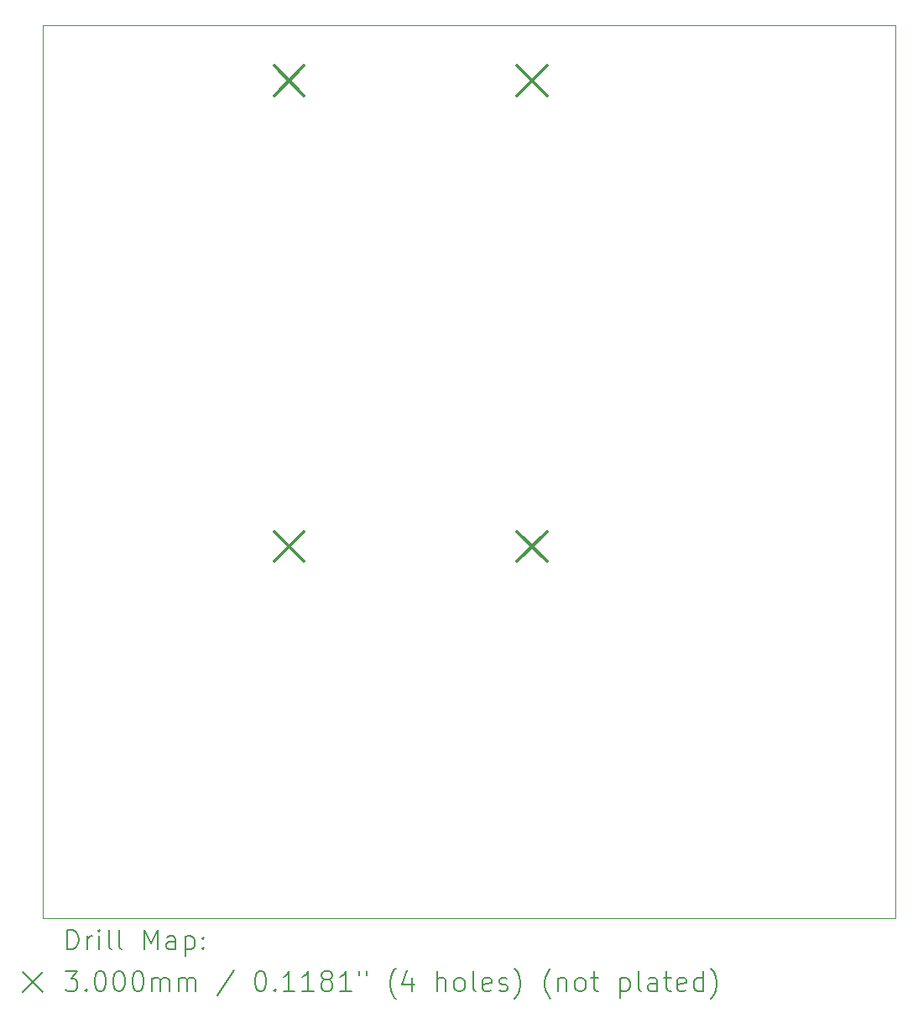
<source format=gbr>
%TF.GenerationSoftware,KiCad,Pcbnew,7.0.1*%
%TF.CreationDate,2024-01-15T22:42:35+05:30*%
%TF.ProjectId,hologlyph bot circuit,686f6c6f-676c-4797-9068-20626f742063,rev?*%
%TF.SameCoordinates,Original*%
%TF.FileFunction,Drillmap*%
%TF.FilePolarity,Positive*%
%FSLAX45Y45*%
G04 Gerber Fmt 4.5, Leading zero omitted, Abs format (unit mm)*
G04 Created by KiCad (PCBNEW 7.0.1) date 2024-01-15 22:42:35*
%MOMM*%
%LPD*%
G01*
G04 APERTURE LIST*
%ADD10C,0.100000*%
%ADD11C,0.200000*%
%ADD12C,0.300000*%
G04 APERTURE END LIST*
D10*
X8291000Y-4013000D02*
X16891000Y-4013000D01*
X16891000Y-13013000D01*
X8291000Y-13013000D01*
X8291000Y-4013000D01*
D11*
D12*
X10623500Y-4424000D02*
X10923500Y-4724000D01*
X10923500Y-4424000D02*
X10623500Y-4724000D01*
X10623500Y-9119000D02*
X10923500Y-9419000D01*
X10923500Y-9119000D02*
X10623500Y-9419000D01*
X13074500Y-4424000D02*
X13374500Y-4724000D01*
X13374500Y-4424000D02*
X13074500Y-4724000D01*
X13074500Y-9119000D02*
X13374500Y-9419000D01*
X13374500Y-9119000D02*
X13074500Y-9419000D01*
D11*
X8533619Y-13330524D02*
X8533619Y-13130524D01*
X8533619Y-13130524D02*
X8581238Y-13130524D01*
X8581238Y-13130524D02*
X8609810Y-13140048D01*
X8609810Y-13140048D02*
X8628857Y-13159095D01*
X8628857Y-13159095D02*
X8638381Y-13178143D01*
X8638381Y-13178143D02*
X8647905Y-13216238D01*
X8647905Y-13216238D02*
X8647905Y-13244809D01*
X8647905Y-13244809D02*
X8638381Y-13282905D01*
X8638381Y-13282905D02*
X8628857Y-13301952D01*
X8628857Y-13301952D02*
X8609810Y-13321000D01*
X8609810Y-13321000D02*
X8581238Y-13330524D01*
X8581238Y-13330524D02*
X8533619Y-13330524D01*
X8733619Y-13330524D02*
X8733619Y-13197190D01*
X8733619Y-13235286D02*
X8743143Y-13216238D01*
X8743143Y-13216238D02*
X8752667Y-13206714D01*
X8752667Y-13206714D02*
X8771714Y-13197190D01*
X8771714Y-13197190D02*
X8790762Y-13197190D01*
X8857429Y-13330524D02*
X8857429Y-13197190D01*
X8857429Y-13130524D02*
X8847905Y-13140048D01*
X8847905Y-13140048D02*
X8857429Y-13149571D01*
X8857429Y-13149571D02*
X8866952Y-13140048D01*
X8866952Y-13140048D02*
X8857429Y-13130524D01*
X8857429Y-13130524D02*
X8857429Y-13149571D01*
X8981238Y-13330524D02*
X8962190Y-13321000D01*
X8962190Y-13321000D02*
X8952667Y-13301952D01*
X8952667Y-13301952D02*
X8952667Y-13130524D01*
X9086000Y-13330524D02*
X9066952Y-13321000D01*
X9066952Y-13321000D02*
X9057429Y-13301952D01*
X9057429Y-13301952D02*
X9057429Y-13130524D01*
X9314571Y-13330524D02*
X9314571Y-13130524D01*
X9314571Y-13130524D02*
X9381238Y-13273381D01*
X9381238Y-13273381D02*
X9447905Y-13130524D01*
X9447905Y-13130524D02*
X9447905Y-13330524D01*
X9628857Y-13330524D02*
X9628857Y-13225762D01*
X9628857Y-13225762D02*
X9619333Y-13206714D01*
X9619333Y-13206714D02*
X9600286Y-13197190D01*
X9600286Y-13197190D02*
X9562190Y-13197190D01*
X9562190Y-13197190D02*
X9543143Y-13206714D01*
X9628857Y-13321000D02*
X9609810Y-13330524D01*
X9609810Y-13330524D02*
X9562190Y-13330524D01*
X9562190Y-13330524D02*
X9543143Y-13321000D01*
X9543143Y-13321000D02*
X9533619Y-13301952D01*
X9533619Y-13301952D02*
X9533619Y-13282905D01*
X9533619Y-13282905D02*
X9543143Y-13263857D01*
X9543143Y-13263857D02*
X9562190Y-13254333D01*
X9562190Y-13254333D02*
X9609810Y-13254333D01*
X9609810Y-13254333D02*
X9628857Y-13244809D01*
X9724095Y-13197190D02*
X9724095Y-13397190D01*
X9724095Y-13206714D02*
X9743143Y-13197190D01*
X9743143Y-13197190D02*
X9781238Y-13197190D01*
X9781238Y-13197190D02*
X9800286Y-13206714D01*
X9800286Y-13206714D02*
X9809810Y-13216238D01*
X9809810Y-13216238D02*
X9819333Y-13235286D01*
X9819333Y-13235286D02*
X9819333Y-13292428D01*
X9819333Y-13292428D02*
X9809810Y-13311476D01*
X9809810Y-13311476D02*
X9800286Y-13321000D01*
X9800286Y-13321000D02*
X9781238Y-13330524D01*
X9781238Y-13330524D02*
X9743143Y-13330524D01*
X9743143Y-13330524D02*
X9724095Y-13321000D01*
X9905048Y-13311476D02*
X9914571Y-13321000D01*
X9914571Y-13321000D02*
X9905048Y-13330524D01*
X9905048Y-13330524D02*
X9895524Y-13321000D01*
X9895524Y-13321000D02*
X9905048Y-13311476D01*
X9905048Y-13311476D02*
X9905048Y-13330524D01*
X9905048Y-13206714D02*
X9914571Y-13216238D01*
X9914571Y-13216238D02*
X9905048Y-13225762D01*
X9905048Y-13225762D02*
X9895524Y-13216238D01*
X9895524Y-13216238D02*
X9905048Y-13206714D01*
X9905048Y-13206714D02*
X9905048Y-13225762D01*
X8086000Y-13558000D02*
X8286000Y-13758000D01*
X8286000Y-13558000D02*
X8086000Y-13758000D01*
X8514571Y-13550524D02*
X8638381Y-13550524D01*
X8638381Y-13550524D02*
X8571714Y-13626714D01*
X8571714Y-13626714D02*
X8600286Y-13626714D01*
X8600286Y-13626714D02*
X8619333Y-13636238D01*
X8619333Y-13636238D02*
X8628857Y-13645762D01*
X8628857Y-13645762D02*
X8638381Y-13664809D01*
X8638381Y-13664809D02*
X8638381Y-13712428D01*
X8638381Y-13712428D02*
X8628857Y-13731476D01*
X8628857Y-13731476D02*
X8619333Y-13741000D01*
X8619333Y-13741000D02*
X8600286Y-13750524D01*
X8600286Y-13750524D02*
X8543143Y-13750524D01*
X8543143Y-13750524D02*
X8524095Y-13741000D01*
X8524095Y-13741000D02*
X8514571Y-13731476D01*
X8724095Y-13731476D02*
X8733619Y-13741000D01*
X8733619Y-13741000D02*
X8724095Y-13750524D01*
X8724095Y-13750524D02*
X8714571Y-13741000D01*
X8714571Y-13741000D02*
X8724095Y-13731476D01*
X8724095Y-13731476D02*
X8724095Y-13750524D01*
X8857429Y-13550524D02*
X8876476Y-13550524D01*
X8876476Y-13550524D02*
X8895524Y-13560048D01*
X8895524Y-13560048D02*
X8905048Y-13569571D01*
X8905048Y-13569571D02*
X8914571Y-13588619D01*
X8914571Y-13588619D02*
X8924095Y-13626714D01*
X8924095Y-13626714D02*
X8924095Y-13674333D01*
X8924095Y-13674333D02*
X8914571Y-13712428D01*
X8914571Y-13712428D02*
X8905048Y-13731476D01*
X8905048Y-13731476D02*
X8895524Y-13741000D01*
X8895524Y-13741000D02*
X8876476Y-13750524D01*
X8876476Y-13750524D02*
X8857429Y-13750524D01*
X8857429Y-13750524D02*
X8838381Y-13741000D01*
X8838381Y-13741000D02*
X8828857Y-13731476D01*
X8828857Y-13731476D02*
X8819333Y-13712428D01*
X8819333Y-13712428D02*
X8809810Y-13674333D01*
X8809810Y-13674333D02*
X8809810Y-13626714D01*
X8809810Y-13626714D02*
X8819333Y-13588619D01*
X8819333Y-13588619D02*
X8828857Y-13569571D01*
X8828857Y-13569571D02*
X8838381Y-13560048D01*
X8838381Y-13560048D02*
X8857429Y-13550524D01*
X9047905Y-13550524D02*
X9066952Y-13550524D01*
X9066952Y-13550524D02*
X9086000Y-13560048D01*
X9086000Y-13560048D02*
X9095524Y-13569571D01*
X9095524Y-13569571D02*
X9105048Y-13588619D01*
X9105048Y-13588619D02*
X9114571Y-13626714D01*
X9114571Y-13626714D02*
X9114571Y-13674333D01*
X9114571Y-13674333D02*
X9105048Y-13712428D01*
X9105048Y-13712428D02*
X9095524Y-13731476D01*
X9095524Y-13731476D02*
X9086000Y-13741000D01*
X9086000Y-13741000D02*
X9066952Y-13750524D01*
X9066952Y-13750524D02*
X9047905Y-13750524D01*
X9047905Y-13750524D02*
X9028857Y-13741000D01*
X9028857Y-13741000D02*
X9019333Y-13731476D01*
X9019333Y-13731476D02*
X9009810Y-13712428D01*
X9009810Y-13712428D02*
X9000286Y-13674333D01*
X9000286Y-13674333D02*
X9000286Y-13626714D01*
X9000286Y-13626714D02*
X9009810Y-13588619D01*
X9009810Y-13588619D02*
X9019333Y-13569571D01*
X9019333Y-13569571D02*
X9028857Y-13560048D01*
X9028857Y-13560048D02*
X9047905Y-13550524D01*
X9238381Y-13550524D02*
X9257429Y-13550524D01*
X9257429Y-13550524D02*
X9276476Y-13560048D01*
X9276476Y-13560048D02*
X9286000Y-13569571D01*
X9286000Y-13569571D02*
X9295524Y-13588619D01*
X9295524Y-13588619D02*
X9305048Y-13626714D01*
X9305048Y-13626714D02*
X9305048Y-13674333D01*
X9305048Y-13674333D02*
X9295524Y-13712428D01*
X9295524Y-13712428D02*
X9286000Y-13731476D01*
X9286000Y-13731476D02*
X9276476Y-13741000D01*
X9276476Y-13741000D02*
X9257429Y-13750524D01*
X9257429Y-13750524D02*
X9238381Y-13750524D01*
X9238381Y-13750524D02*
X9219333Y-13741000D01*
X9219333Y-13741000D02*
X9209810Y-13731476D01*
X9209810Y-13731476D02*
X9200286Y-13712428D01*
X9200286Y-13712428D02*
X9190762Y-13674333D01*
X9190762Y-13674333D02*
X9190762Y-13626714D01*
X9190762Y-13626714D02*
X9200286Y-13588619D01*
X9200286Y-13588619D02*
X9209810Y-13569571D01*
X9209810Y-13569571D02*
X9219333Y-13560048D01*
X9219333Y-13560048D02*
X9238381Y-13550524D01*
X9390762Y-13750524D02*
X9390762Y-13617190D01*
X9390762Y-13636238D02*
X9400286Y-13626714D01*
X9400286Y-13626714D02*
X9419333Y-13617190D01*
X9419333Y-13617190D02*
X9447905Y-13617190D01*
X9447905Y-13617190D02*
X9466952Y-13626714D01*
X9466952Y-13626714D02*
X9476476Y-13645762D01*
X9476476Y-13645762D02*
X9476476Y-13750524D01*
X9476476Y-13645762D02*
X9486000Y-13626714D01*
X9486000Y-13626714D02*
X9505048Y-13617190D01*
X9505048Y-13617190D02*
X9533619Y-13617190D01*
X9533619Y-13617190D02*
X9552667Y-13626714D01*
X9552667Y-13626714D02*
X9562191Y-13645762D01*
X9562191Y-13645762D02*
X9562191Y-13750524D01*
X9657429Y-13750524D02*
X9657429Y-13617190D01*
X9657429Y-13636238D02*
X9666952Y-13626714D01*
X9666952Y-13626714D02*
X9686000Y-13617190D01*
X9686000Y-13617190D02*
X9714572Y-13617190D01*
X9714572Y-13617190D02*
X9733619Y-13626714D01*
X9733619Y-13626714D02*
X9743143Y-13645762D01*
X9743143Y-13645762D02*
X9743143Y-13750524D01*
X9743143Y-13645762D02*
X9752667Y-13626714D01*
X9752667Y-13626714D02*
X9771714Y-13617190D01*
X9771714Y-13617190D02*
X9800286Y-13617190D01*
X9800286Y-13617190D02*
X9819333Y-13626714D01*
X9819333Y-13626714D02*
X9828857Y-13645762D01*
X9828857Y-13645762D02*
X9828857Y-13750524D01*
X10219333Y-13541000D02*
X10047905Y-13798143D01*
X10476476Y-13550524D02*
X10495524Y-13550524D01*
X10495524Y-13550524D02*
X10514572Y-13560048D01*
X10514572Y-13560048D02*
X10524095Y-13569571D01*
X10524095Y-13569571D02*
X10533619Y-13588619D01*
X10533619Y-13588619D02*
X10543143Y-13626714D01*
X10543143Y-13626714D02*
X10543143Y-13674333D01*
X10543143Y-13674333D02*
X10533619Y-13712428D01*
X10533619Y-13712428D02*
X10524095Y-13731476D01*
X10524095Y-13731476D02*
X10514572Y-13741000D01*
X10514572Y-13741000D02*
X10495524Y-13750524D01*
X10495524Y-13750524D02*
X10476476Y-13750524D01*
X10476476Y-13750524D02*
X10457429Y-13741000D01*
X10457429Y-13741000D02*
X10447905Y-13731476D01*
X10447905Y-13731476D02*
X10438381Y-13712428D01*
X10438381Y-13712428D02*
X10428857Y-13674333D01*
X10428857Y-13674333D02*
X10428857Y-13626714D01*
X10428857Y-13626714D02*
X10438381Y-13588619D01*
X10438381Y-13588619D02*
X10447905Y-13569571D01*
X10447905Y-13569571D02*
X10457429Y-13560048D01*
X10457429Y-13560048D02*
X10476476Y-13550524D01*
X10628857Y-13731476D02*
X10638381Y-13741000D01*
X10638381Y-13741000D02*
X10628857Y-13750524D01*
X10628857Y-13750524D02*
X10619334Y-13741000D01*
X10619334Y-13741000D02*
X10628857Y-13731476D01*
X10628857Y-13731476D02*
X10628857Y-13750524D01*
X10828857Y-13750524D02*
X10714572Y-13750524D01*
X10771714Y-13750524D02*
X10771714Y-13550524D01*
X10771714Y-13550524D02*
X10752667Y-13579095D01*
X10752667Y-13579095D02*
X10733619Y-13598143D01*
X10733619Y-13598143D02*
X10714572Y-13607667D01*
X11019334Y-13750524D02*
X10905048Y-13750524D01*
X10962191Y-13750524D02*
X10962191Y-13550524D01*
X10962191Y-13550524D02*
X10943143Y-13579095D01*
X10943143Y-13579095D02*
X10924095Y-13598143D01*
X10924095Y-13598143D02*
X10905048Y-13607667D01*
X11133619Y-13636238D02*
X11114572Y-13626714D01*
X11114572Y-13626714D02*
X11105048Y-13617190D01*
X11105048Y-13617190D02*
X11095524Y-13598143D01*
X11095524Y-13598143D02*
X11095524Y-13588619D01*
X11095524Y-13588619D02*
X11105048Y-13569571D01*
X11105048Y-13569571D02*
X11114572Y-13560048D01*
X11114572Y-13560048D02*
X11133619Y-13550524D01*
X11133619Y-13550524D02*
X11171715Y-13550524D01*
X11171715Y-13550524D02*
X11190762Y-13560048D01*
X11190762Y-13560048D02*
X11200286Y-13569571D01*
X11200286Y-13569571D02*
X11209810Y-13588619D01*
X11209810Y-13588619D02*
X11209810Y-13598143D01*
X11209810Y-13598143D02*
X11200286Y-13617190D01*
X11200286Y-13617190D02*
X11190762Y-13626714D01*
X11190762Y-13626714D02*
X11171715Y-13636238D01*
X11171715Y-13636238D02*
X11133619Y-13636238D01*
X11133619Y-13636238D02*
X11114572Y-13645762D01*
X11114572Y-13645762D02*
X11105048Y-13655286D01*
X11105048Y-13655286D02*
X11095524Y-13674333D01*
X11095524Y-13674333D02*
X11095524Y-13712428D01*
X11095524Y-13712428D02*
X11105048Y-13731476D01*
X11105048Y-13731476D02*
X11114572Y-13741000D01*
X11114572Y-13741000D02*
X11133619Y-13750524D01*
X11133619Y-13750524D02*
X11171715Y-13750524D01*
X11171715Y-13750524D02*
X11190762Y-13741000D01*
X11190762Y-13741000D02*
X11200286Y-13731476D01*
X11200286Y-13731476D02*
X11209810Y-13712428D01*
X11209810Y-13712428D02*
X11209810Y-13674333D01*
X11209810Y-13674333D02*
X11200286Y-13655286D01*
X11200286Y-13655286D02*
X11190762Y-13645762D01*
X11190762Y-13645762D02*
X11171715Y-13636238D01*
X11400286Y-13750524D02*
X11286000Y-13750524D01*
X11343143Y-13750524D02*
X11343143Y-13550524D01*
X11343143Y-13550524D02*
X11324095Y-13579095D01*
X11324095Y-13579095D02*
X11305048Y-13598143D01*
X11305048Y-13598143D02*
X11286000Y-13607667D01*
X11476476Y-13550524D02*
X11476476Y-13588619D01*
X11552667Y-13550524D02*
X11552667Y-13588619D01*
X11847905Y-13826714D02*
X11838381Y-13817190D01*
X11838381Y-13817190D02*
X11819334Y-13788619D01*
X11819334Y-13788619D02*
X11809810Y-13769571D01*
X11809810Y-13769571D02*
X11800286Y-13741000D01*
X11800286Y-13741000D02*
X11790762Y-13693381D01*
X11790762Y-13693381D02*
X11790762Y-13655286D01*
X11790762Y-13655286D02*
X11800286Y-13607667D01*
X11800286Y-13607667D02*
X11809810Y-13579095D01*
X11809810Y-13579095D02*
X11819334Y-13560048D01*
X11819334Y-13560048D02*
X11838381Y-13531476D01*
X11838381Y-13531476D02*
X11847905Y-13521952D01*
X12009810Y-13617190D02*
X12009810Y-13750524D01*
X11962191Y-13541000D02*
X11914572Y-13683857D01*
X11914572Y-13683857D02*
X12038381Y-13683857D01*
X12266953Y-13750524D02*
X12266953Y-13550524D01*
X12352667Y-13750524D02*
X12352667Y-13645762D01*
X12352667Y-13645762D02*
X12343143Y-13626714D01*
X12343143Y-13626714D02*
X12324096Y-13617190D01*
X12324096Y-13617190D02*
X12295524Y-13617190D01*
X12295524Y-13617190D02*
X12276476Y-13626714D01*
X12276476Y-13626714D02*
X12266953Y-13636238D01*
X12476476Y-13750524D02*
X12457429Y-13741000D01*
X12457429Y-13741000D02*
X12447905Y-13731476D01*
X12447905Y-13731476D02*
X12438381Y-13712428D01*
X12438381Y-13712428D02*
X12438381Y-13655286D01*
X12438381Y-13655286D02*
X12447905Y-13636238D01*
X12447905Y-13636238D02*
X12457429Y-13626714D01*
X12457429Y-13626714D02*
X12476476Y-13617190D01*
X12476476Y-13617190D02*
X12505048Y-13617190D01*
X12505048Y-13617190D02*
X12524096Y-13626714D01*
X12524096Y-13626714D02*
X12533619Y-13636238D01*
X12533619Y-13636238D02*
X12543143Y-13655286D01*
X12543143Y-13655286D02*
X12543143Y-13712428D01*
X12543143Y-13712428D02*
X12533619Y-13731476D01*
X12533619Y-13731476D02*
X12524096Y-13741000D01*
X12524096Y-13741000D02*
X12505048Y-13750524D01*
X12505048Y-13750524D02*
X12476476Y-13750524D01*
X12657429Y-13750524D02*
X12638381Y-13741000D01*
X12638381Y-13741000D02*
X12628857Y-13721952D01*
X12628857Y-13721952D02*
X12628857Y-13550524D01*
X12809810Y-13741000D02*
X12790762Y-13750524D01*
X12790762Y-13750524D02*
X12752667Y-13750524D01*
X12752667Y-13750524D02*
X12733619Y-13741000D01*
X12733619Y-13741000D02*
X12724096Y-13721952D01*
X12724096Y-13721952D02*
X12724096Y-13645762D01*
X12724096Y-13645762D02*
X12733619Y-13626714D01*
X12733619Y-13626714D02*
X12752667Y-13617190D01*
X12752667Y-13617190D02*
X12790762Y-13617190D01*
X12790762Y-13617190D02*
X12809810Y-13626714D01*
X12809810Y-13626714D02*
X12819334Y-13645762D01*
X12819334Y-13645762D02*
X12819334Y-13664809D01*
X12819334Y-13664809D02*
X12724096Y-13683857D01*
X12895524Y-13741000D02*
X12914572Y-13750524D01*
X12914572Y-13750524D02*
X12952667Y-13750524D01*
X12952667Y-13750524D02*
X12971715Y-13741000D01*
X12971715Y-13741000D02*
X12981238Y-13721952D01*
X12981238Y-13721952D02*
X12981238Y-13712428D01*
X12981238Y-13712428D02*
X12971715Y-13693381D01*
X12971715Y-13693381D02*
X12952667Y-13683857D01*
X12952667Y-13683857D02*
X12924096Y-13683857D01*
X12924096Y-13683857D02*
X12905048Y-13674333D01*
X12905048Y-13674333D02*
X12895524Y-13655286D01*
X12895524Y-13655286D02*
X12895524Y-13645762D01*
X12895524Y-13645762D02*
X12905048Y-13626714D01*
X12905048Y-13626714D02*
X12924096Y-13617190D01*
X12924096Y-13617190D02*
X12952667Y-13617190D01*
X12952667Y-13617190D02*
X12971715Y-13626714D01*
X13047905Y-13826714D02*
X13057429Y-13817190D01*
X13057429Y-13817190D02*
X13076477Y-13788619D01*
X13076477Y-13788619D02*
X13086000Y-13769571D01*
X13086000Y-13769571D02*
X13095524Y-13741000D01*
X13095524Y-13741000D02*
X13105048Y-13693381D01*
X13105048Y-13693381D02*
X13105048Y-13655286D01*
X13105048Y-13655286D02*
X13095524Y-13607667D01*
X13095524Y-13607667D02*
X13086000Y-13579095D01*
X13086000Y-13579095D02*
X13076477Y-13560048D01*
X13076477Y-13560048D02*
X13057429Y-13531476D01*
X13057429Y-13531476D02*
X13047905Y-13521952D01*
X13409810Y-13826714D02*
X13400286Y-13817190D01*
X13400286Y-13817190D02*
X13381238Y-13788619D01*
X13381238Y-13788619D02*
X13371715Y-13769571D01*
X13371715Y-13769571D02*
X13362191Y-13741000D01*
X13362191Y-13741000D02*
X13352667Y-13693381D01*
X13352667Y-13693381D02*
X13352667Y-13655286D01*
X13352667Y-13655286D02*
X13362191Y-13607667D01*
X13362191Y-13607667D02*
X13371715Y-13579095D01*
X13371715Y-13579095D02*
X13381238Y-13560048D01*
X13381238Y-13560048D02*
X13400286Y-13531476D01*
X13400286Y-13531476D02*
X13409810Y-13521952D01*
X13486000Y-13617190D02*
X13486000Y-13750524D01*
X13486000Y-13636238D02*
X13495524Y-13626714D01*
X13495524Y-13626714D02*
X13514572Y-13617190D01*
X13514572Y-13617190D02*
X13543143Y-13617190D01*
X13543143Y-13617190D02*
X13562191Y-13626714D01*
X13562191Y-13626714D02*
X13571715Y-13645762D01*
X13571715Y-13645762D02*
X13571715Y-13750524D01*
X13695524Y-13750524D02*
X13676477Y-13741000D01*
X13676477Y-13741000D02*
X13666953Y-13731476D01*
X13666953Y-13731476D02*
X13657429Y-13712428D01*
X13657429Y-13712428D02*
X13657429Y-13655286D01*
X13657429Y-13655286D02*
X13666953Y-13636238D01*
X13666953Y-13636238D02*
X13676477Y-13626714D01*
X13676477Y-13626714D02*
X13695524Y-13617190D01*
X13695524Y-13617190D02*
X13724096Y-13617190D01*
X13724096Y-13617190D02*
X13743143Y-13626714D01*
X13743143Y-13626714D02*
X13752667Y-13636238D01*
X13752667Y-13636238D02*
X13762191Y-13655286D01*
X13762191Y-13655286D02*
X13762191Y-13712428D01*
X13762191Y-13712428D02*
X13752667Y-13731476D01*
X13752667Y-13731476D02*
X13743143Y-13741000D01*
X13743143Y-13741000D02*
X13724096Y-13750524D01*
X13724096Y-13750524D02*
X13695524Y-13750524D01*
X13819334Y-13617190D02*
X13895524Y-13617190D01*
X13847905Y-13550524D02*
X13847905Y-13721952D01*
X13847905Y-13721952D02*
X13857429Y-13741000D01*
X13857429Y-13741000D02*
X13876477Y-13750524D01*
X13876477Y-13750524D02*
X13895524Y-13750524D01*
X14114572Y-13617190D02*
X14114572Y-13817190D01*
X14114572Y-13626714D02*
X14133619Y-13617190D01*
X14133619Y-13617190D02*
X14171715Y-13617190D01*
X14171715Y-13617190D02*
X14190762Y-13626714D01*
X14190762Y-13626714D02*
X14200286Y-13636238D01*
X14200286Y-13636238D02*
X14209810Y-13655286D01*
X14209810Y-13655286D02*
X14209810Y-13712428D01*
X14209810Y-13712428D02*
X14200286Y-13731476D01*
X14200286Y-13731476D02*
X14190762Y-13741000D01*
X14190762Y-13741000D02*
X14171715Y-13750524D01*
X14171715Y-13750524D02*
X14133619Y-13750524D01*
X14133619Y-13750524D02*
X14114572Y-13741000D01*
X14324096Y-13750524D02*
X14305048Y-13741000D01*
X14305048Y-13741000D02*
X14295524Y-13721952D01*
X14295524Y-13721952D02*
X14295524Y-13550524D01*
X14486000Y-13750524D02*
X14486000Y-13645762D01*
X14486000Y-13645762D02*
X14476477Y-13626714D01*
X14476477Y-13626714D02*
X14457429Y-13617190D01*
X14457429Y-13617190D02*
X14419334Y-13617190D01*
X14419334Y-13617190D02*
X14400286Y-13626714D01*
X14486000Y-13741000D02*
X14466953Y-13750524D01*
X14466953Y-13750524D02*
X14419334Y-13750524D01*
X14419334Y-13750524D02*
X14400286Y-13741000D01*
X14400286Y-13741000D02*
X14390762Y-13721952D01*
X14390762Y-13721952D02*
X14390762Y-13702905D01*
X14390762Y-13702905D02*
X14400286Y-13683857D01*
X14400286Y-13683857D02*
X14419334Y-13674333D01*
X14419334Y-13674333D02*
X14466953Y-13674333D01*
X14466953Y-13674333D02*
X14486000Y-13664809D01*
X14552667Y-13617190D02*
X14628858Y-13617190D01*
X14581239Y-13550524D02*
X14581239Y-13721952D01*
X14581239Y-13721952D02*
X14590762Y-13741000D01*
X14590762Y-13741000D02*
X14609810Y-13750524D01*
X14609810Y-13750524D02*
X14628858Y-13750524D01*
X14771715Y-13741000D02*
X14752667Y-13750524D01*
X14752667Y-13750524D02*
X14714572Y-13750524D01*
X14714572Y-13750524D02*
X14695524Y-13741000D01*
X14695524Y-13741000D02*
X14686000Y-13721952D01*
X14686000Y-13721952D02*
X14686000Y-13645762D01*
X14686000Y-13645762D02*
X14695524Y-13626714D01*
X14695524Y-13626714D02*
X14714572Y-13617190D01*
X14714572Y-13617190D02*
X14752667Y-13617190D01*
X14752667Y-13617190D02*
X14771715Y-13626714D01*
X14771715Y-13626714D02*
X14781239Y-13645762D01*
X14781239Y-13645762D02*
X14781239Y-13664809D01*
X14781239Y-13664809D02*
X14686000Y-13683857D01*
X14952667Y-13750524D02*
X14952667Y-13550524D01*
X14952667Y-13741000D02*
X14933620Y-13750524D01*
X14933620Y-13750524D02*
X14895524Y-13750524D01*
X14895524Y-13750524D02*
X14876477Y-13741000D01*
X14876477Y-13741000D02*
X14866953Y-13731476D01*
X14866953Y-13731476D02*
X14857429Y-13712428D01*
X14857429Y-13712428D02*
X14857429Y-13655286D01*
X14857429Y-13655286D02*
X14866953Y-13636238D01*
X14866953Y-13636238D02*
X14876477Y-13626714D01*
X14876477Y-13626714D02*
X14895524Y-13617190D01*
X14895524Y-13617190D02*
X14933620Y-13617190D01*
X14933620Y-13617190D02*
X14952667Y-13626714D01*
X15028858Y-13826714D02*
X15038381Y-13817190D01*
X15038381Y-13817190D02*
X15057429Y-13788619D01*
X15057429Y-13788619D02*
X15066953Y-13769571D01*
X15066953Y-13769571D02*
X15076477Y-13741000D01*
X15076477Y-13741000D02*
X15086000Y-13693381D01*
X15086000Y-13693381D02*
X15086000Y-13655286D01*
X15086000Y-13655286D02*
X15076477Y-13607667D01*
X15076477Y-13607667D02*
X15066953Y-13579095D01*
X15066953Y-13579095D02*
X15057429Y-13560048D01*
X15057429Y-13560048D02*
X15038381Y-13531476D01*
X15038381Y-13531476D02*
X15028858Y-13521952D01*
M02*

</source>
